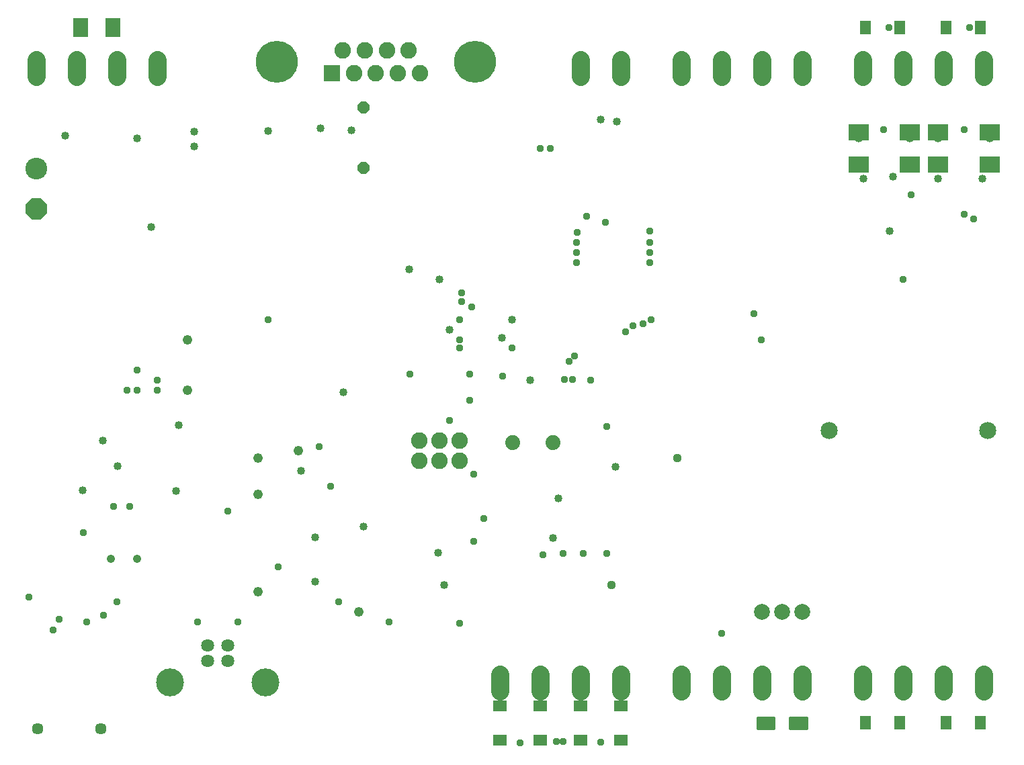
<source format=gbr>
G04 EAGLE Gerber RS-274X export*
G75*
%MOMM*%
%FSLAX34Y34*%
%LPD*%
%INSoldermask Bottom*%
%IPPOS*%
%AMOC8*
5,1,8,0,0,1.08239X$1,22.5*%
G01*
%ADD10C,2.153200*%
%ADD11C,2.743200*%
%ADD12P,2.969212X8X292.500000*%
%ADD13R,1.473200X1.673200*%
%ADD14R,1.673200X1.473200*%
%ADD15R,1.983200X2.363200*%
%ADD16C,0.433300*%
%ADD17R,2.603200X2.003200*%
%ADD18R,2.082800X2.082800*%
%ADD19C,2.082800*%
%ADD20C,5.283200*%
%ADD21C,3.519200*%
%ADD22C,1.631200*%
%ADD23C,2.003200*%
%ADD24C,1.879600*%
%ADD25C,1.453200*%
%ADD26C,2.298700*%
%ADD27P,1.649562X8X292.500000*%
%ADD28C,1.016000*%
%ADD29C,0.959600*%
%ADD30C,1.117600*%
%ADD31C,1.066800*%
%ADD32C,1.244600*%


D10*
X1249900Y431800D03*
X1049900Y431800D03*
D11*
X50800Y762000D03*
D12*
X50800Y711200D03*
D13*
X1096100Y939800D03*
X1139100Y939800D03*
D14*
X787400Y85000D03*
X787400Y42000D03*
X736600Y85000D03*
X736600Y42000D03*
X685800Y85000D03*
X685800Y42000D03*
X635000Y85000D03*
X635000Y42000D03*
D15*
X147300Y939800D03*
X106600Y939800D03*
D16*
X960200Y57000D02*
X980000Y57000D01*
X960200Y57000D02*
X960200Y70000D01*
X980000Y70000D01*
X980000Y57000D01*
X980000Y61116D02*
X960200Y61116D01*
X960200Y65232D02*
X980000Y65232D01*
X980000Y69348D02*
X960200Y69348D01*
X1001200Y57000D02*
X1021000Y57000D01*
X1001200Y57000D02*
X1001200Y70000D01*
X1021000Y70000D01*
X1021000Y57000D01*
X1021000Y61116D02*
X1001200Y61116D01*
X1001200Y65232D02*
X1021000Y65232D01*
X1021000Y69348D02*
X1001200Y69348D01*
D13*
X1096100Y63500D03*
X1139100Y63500D03*
X1197700Y63500D03*
X1240700Y63500D03*
X1197700Y939800D03*
X1240700Y939800D03*
D17*
X1187450Y767150D03*
X1187450Y807650D03*
X1151890Y767150D03*
X1151890Y807650D03*
X1087120Y767150D03*
X1087120Y807650D03*
X1252220Y767150D03*
X1252220Y807650D03*
D18*
X423390Y882420D03*
D19*
X451090Y882420D03*
X478790Y882420D03*
X506490Y882420D03*
X534190Y882420D03*
X437290Y910820D03*
X464990Y910820D03*
X492590Y910820D03*
X520290Y910820D03*
D20*
X353790Y896620D03*
X603790Y896620D03*
D19*
X584200Y419100D03*
X584200Y393700D03*
X558800Y419100D03*
X558800Y393700D03*
X533400Y419100D03*
X533400Y393700D03*
D21*
X339600Y114300D03*
X219200Y114300D03*
D22*
X291900Y141400D03*
X266900Y141400D03*
X291900Y161400D03*
X266900Y161400D03*
D23*
X1016000Y203200D03*
X990600Y203200D03*
X965200Y203200D03*
D24*
X702310Y416560D03*
X651510Y416560D03*
D25*
X132600Y56400D03*
X52600Y56400D03*
D26*
X787400Y878523D02*
X787400Y899478D01*
X736600Y899478D02*
X736600Y878523D01*
X1244600Y878523D02*
X1244600Y899478D01*
X1193800Y899478D02*
X1193800Y878523D01*
X1092200Y878523D02*
X1092200Y899478D01*
X1143000Y899478D02*
X1143000Y878523D01*
X1092200Y124778D02*
X1092200Y103823D01*
X1143000Y103823D02*
X1143000Y124778D01*
X1244600Y124778D02*
X1244600Y103823D01*
X1193800Y103823D02*
X1193800Y124778D01*
X635000Y124778D02*
X635000Y103823D01*
X685800Y103823D02*
X685800Y124778D01*
X787400Y124778D02*
X787400Y103823D01*
X736600Y103823D02*
X736600Y124778D01*
X203200Y878523D02*
X203200Y899478D01*
X152400Y899478D02*
X152400Y878523D01*
X50800Y878523D02*
X50800Y899478D01*
X101600Y899478D02*
X101600Y878523D01*
X1016000Y878523D02*
X1016000Y899478D01*
X965200Y899478D02*
X965200Y878523D01*
X863600Y878523D02*
X863600Y899478D01*
X914400Y899478D02*
X914400Y878523D01*
X863600Y124778D02*
X863600Y103823D01*
X914400Y103823D02*
X914400Y124778D01*
X1016000Y124778D02*
X1016000Y103823D01*
X965200Y103823D02*
X965200Y124778D01*
D27*
X463550Y839470D03*
X463550Y763270D03*
D28*
X463550Y311150D03*
X384810Y381000D03*
X230308Y438982D03*
X227330Y355600D03*
X565150Y237490D03*
X557530Y278130D03*
X702031Y296799D03*
X708660Y346710D03*
X558800Y622300D03*
X520700Y635000D03*
X250190Y808990D03*
X177800Y800100D03*
X109220Y356870D03*
X153010Y387040D03*
X673100Y495300D03*
X637540Y548640D03*
X650240Y571500D03*
X438150Y480060D03*
X571888Y558800D03*
X408940Y812800D03*
X448310Y810260D03*
X782320Y821690D03*
X762000Y824230D03*
X87630Y803910D03*
X342900Y809600D03*
D29*
X421640Y361950D03*
X407670Y411480D03*
D30*
X858520Y397510D03*
X775970Y237490D03*
D28*
X195580Y688340D03*
X250190Y789940D03*
D31*
X144780Y270510D03*
X177800Y270510D03*
D32*
X241300Y482600D03*
X241300Y546100D03*
X330200Y397510D03*
X457200Y203200D03*
X330200Y228600D03*
X381000Y406400D03*
X330200Y351790D03*
D29*
X292100Y330200D03*
X726670Y496570D03*
X955040Y579120D03*
X716280Y496570D03*
X964720Y546100D03*
X1143000Y622300D03*
X768350Y694690D03*
X744220Y702310D03*
X114300Y190500D03*
X72390Y180340D03*
X638810Y500380D03*
X614680Y321310D03*
X601980Y292100D03*
X304800Y190500D03*
X254000Y190500D03*
X584200Y571500D03*
X342900Y571500D03*
X571500Y444500D03*
X596900Y469900D03*
X596900Y502930D03*
X521970Y502920D03*
X586740Y605790D03*
X41910Y222250D03*
X731520Y643890D03*
X824230Y643890D03*
X698500Y787400D03*
X728980Y525780D03*
X685800Y787400D03*
X722554Y519354D03*
X793750Y556260D03*
X689504Y275590D03*
X815340Y566420D03*
X740304Y276860D03*
X769620Y276860D03*
X825500Y571500D03*
X802640Y563880D03*
X714904Y276860D03*
D28*
X402590Y297180D03*
X402590Y241300D03*
D29*
X749300Y495300D03*
X431800Y215900D03*
X355600Y260350D03*
D28*
X781050Y386080D03*
D29*
X584200Y535940D03*
X584200Y189230D03*
X584200Y546100D03*
X495300Y190500D03*
X586740Y594360D03*
X599440Y588010D03*
X731520Y656590D03*
X824230Y656590D03*
X731520Y669290D03*
X824230Y669290D03*
X732790Y681990D03*
X824230Y683260D03*
X650240Y535940D03*
X769620Y436880D03*
X203200Y495300D03*
D28*
X134620Y419100D03*
D29*
X177800Y482600D03*
X168910Y336550D03*
X152400Y215900D03*
X80010Y194310D03*
X177800Y508000D03*
X110490Y303530D03*
X165580Y482600D03*
X148590Y336550D03*
X203200Y482600D03*
X135890Y199390D03*
X601980Y377190D03*
D28*
X1126490Y683260D03*
X1187450Y749300D03*
X1243330Y749300D03*
X1130300Y751840D03*
X1093470Y749300D03*
D29*
X914400Y176530D03*
X762000Y39370D03*
X715018Y39560D03*
X705930Y39560D03*
X660400Y38100D03*
X1220470Y704850D03*
X1220470Y811530D03*
D28*
X1187450Y800100D03*
D29*
X1231900Y698500D03*
D28*
X1252220Y800100D03*
D29*
X1153160Y728980D03*
X1118870Y811530D03*
D28*
X1087120Y800100D03*
X1151890Y800100D03*
D29*
X1226820Y939800D03*
X1125220Y939800D03*
M02*

</source>
